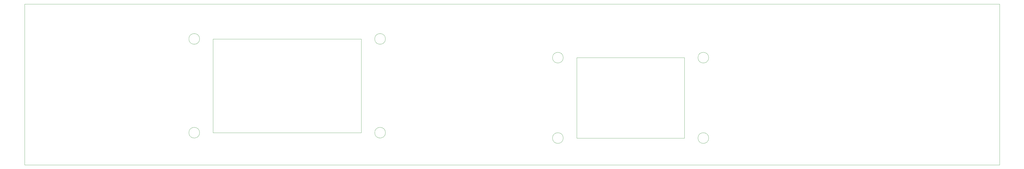
<source format=gbr>
G04 (created by PCBNEW (2013-07-07 BZR 4022)-stable) date 16/05/2014 21:09:21*
%MOIN*%
G04 Gerber Fmt 3.4, Leading zero omitted, Abs format*
%FSLAX34Y34*%
G01*
G70*
G90*
G04 APERTURE LIST*
%ADD10C,0.00590551*%
%ADD11C,0.00393701*%
G04 APERTURE END LIST*
G54D10*
G54D11*
X107874Y-62992D02*
G75*
G03X107874Y-62992I-787J0D01*
G74*
G01*
X107874Y-74803D02*
G75*
G03X107874Y-74803I-787J0D01*
G74*
G01*
X86614Y-74803D02*
G75*
G03X86614Y-74803I-787J0D01*
G74*
G01*
X86614Y-62992D02*
G75*
G03X86614Y-62992I-787J0D01*
G74*
G01*
X33464Y-60236D02*
G75*
G03X33464Y-60236I-787J0D01*
G74*
G01*
X33464Y-74015D02*
G75*
G03X33464Y-74015I-787J0D01*
G74*
G01*
X60629Y-74015D02*
G75*
G03X60629Y-74015I-787J0D01*
G74*
G01*
X60629Y-60236D02*
G75*
G03X60629Y-60236I-787J0D01*
G74*
G01*
X88582Y-62992D02*
X88582Y-74803D01*
X104330Y-62992D02*
X88582Y-62992D01*
X104330Y-74803D02*
X104330Y-62992D01*
X88582Y-74803D02*
X104330Y-74803D01*
X35433Y-60236D02*
X35433Y-74015D01*
X57086Y-60236D02*
X35433Y-60236D01*
X57086Y-74015D02*
X57086Y-60236D01*
X35433Y-74015D02*
X57086Y-74015D01*
X7874Y-55118D02*
X7874Y-78740D01*
X150393Y-55118D02*
X7874Y-55118D01*
X150393Y-78740D02*
X150393Y-55118D01*
X7874Y-78740D02*
X150393Y-78740D01*
M02*

</source>
